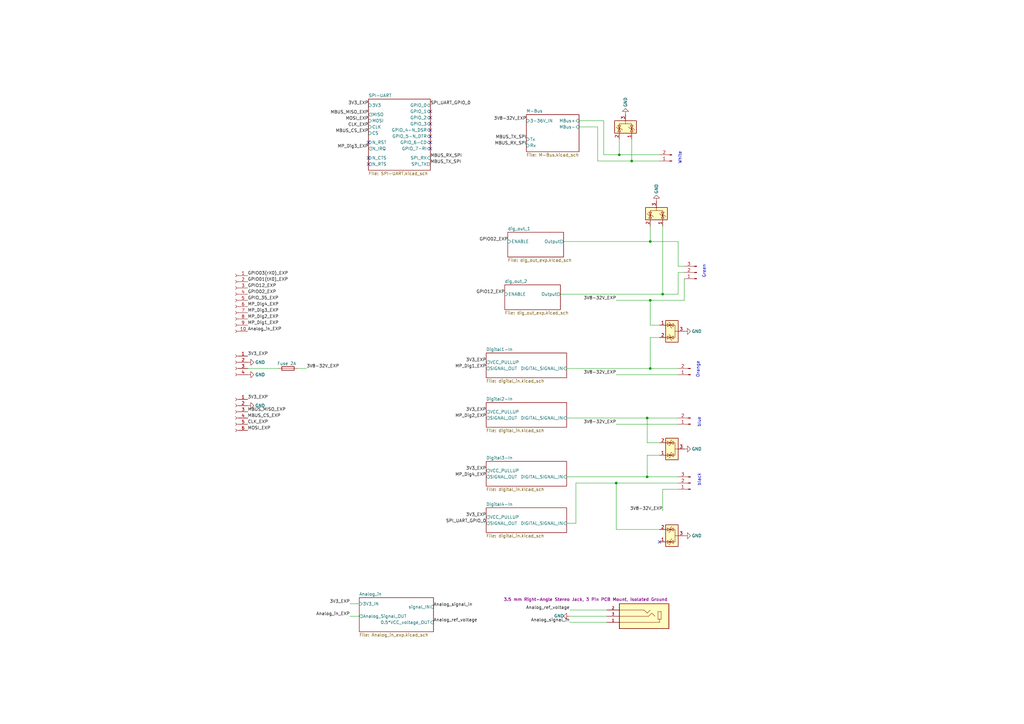
<source format=kicad_sch>
(kicad_sch (version 20250114) (generator "eeschema") (generator_version "9.0")
  (paper "A3")
  (lib_symbols
    (symbol "C-Sense_CAN_IO_MBUS_EXP_PCB-rescue:Conn_01x02_Male-Connector" (pin_names (offset 1.016) (hide yes))
      (property "Reference" "J" (at 0 2.54 0))
      (property "Value" "Connector_Conn_01x02_Male" (at 0 -5.08 0))
      (symbol "Conn_01x02_Male-Connector_1_1"
        (rectangle (start 0.8636 0.127) (end 0 -0.127) (stroke (width 0.1524)) (fill (type outline)))
        (rectangle (start 0.8636 -2.413) (end 0 -2.667) (stroke (width 0.1524)) (fill (type outline)))
        (polyline (pts (xy 1.27 0) (xy 0.8636 0)) (stroke (width 0.1524)))
        (polyline (pts (xy 1.27 -2.54) (xy 0.8636 -2.54)) (stroke (width 0.1524)))
        (pin passive line (at 5.08 0 180) (length 3.81) (name "Pin_1") (number "1"))
        (pin passive line (at 5.08 -2.54 180) (length 3.81) (name "Pin_2") (number "2"))
      )
    )
    (symbol "C-Sense_CAN_IO_MBUS_EXP_PCB-rescue:Conn_01x03_Male-Connector" (pin_names (offset 1.016) (hide yes))
      (property "Reference" "J" (at 0 5.08 0))
      (property "Value" "Connector_Conn_01x03_Male" (at 0 -5.08 0))
      (symbol "Conn_01x03_Male-Connector_1_1"
        (rectangle (start 0.8636 2.667) (end 0 2.413) (stroke (width 0.1524)) (fill (type outline)))
        (rectangle (start 0.8636 0.127) (end 0 -0.127) (stroke (width 0.1524)) (fill (type outline)))
        (rectangle (start 0.8636 -2.413) (end 0 -2.667) (stroke (width 0.1524)) (fill (type outline)))
        (polyline (pts (xy 1.27 2.54) (xy 0.8636 2.54)) (stroke (width 0.1524)))
        (polyline (pts (xy 1.27 0) (xy 0.8636 0)) (stroke (width 0.1524)))
        (polyline (pts (xy 1.27 -2.54) (xy 0.8636 -2.54)) (stroke (width 0.1524)))
        (pin passive line (at 5.08 2.54 180) (length 3.81) (name "Pin_1") (number "1"))
        (pin passive line (at 5.08 0 180) (length 3.81) (name "Pin_2") (number "2"))
        (pin passive line (at 5.08 -2.54 180) (length 3.81) (name "Pin_3") (number "3"))
      )
    )
    (symbol "C-Sense_CAN_IO_MBUS_EXP_PCB-rescue:Conn_01x04_Female-Connector" (pin_names (offset 1.016) (hide yes))
      (property "Reference" "J" (at 0 5.08 0))
      (property "Value" "Connector_Conn_01x04_Female" (at 0 -7.62 0))
      (symbol "Conn_01x04_Female-Connector_1_1"
        (polyline (pts (xy -1.27 2.54) (xy -0.508 2.54)) (stroke (width 0.1524)))
        (polyline (pts (xy -1.27 0) (xy -0.508 0)) (stroke (width 0.1524)))
        (polyline (pts (xy -1.27 -2.54) (xy -0.508 -2.54)) (stroke (width 0.1524)))
        (polyline (pts (xy -1.27 -5.08) (xy -0.508 -5.08)) (stroke (width 0.1524)))
        (arc (start 0 2.032) (mid -0.508 2.54) (end 0 3.048) (stroke (width 0.1524)))
        (arc (start 0 -0.508) (mid -0.508 0) (end 0 0.508) (stroke (width 0.1524)))
        (arc (start 0 -3.048) (mid -0.508 -2.54) (end 0 -2.032) (stroke (width 0.1524)))
        (arc (start 0 -5.588) (mid -0.508 -5.08) (end 0 -4.572) (stroke (width 0.1524)))
        (pin passive line (at -5.08 2.54 0) (length 3.81) (name "Pin_1") (number "1"))
        (pin passive line (at -5.08 0 0) (length 3.81) (name "Pin_2") (number "2"))
        (pin passive line (at -5.08 -2.54 0) (length 3.81) (name "Pin_3") (number "3"))
        (pin passive line (at -5.08 -5.08 0) (length 3.81) (name "Pin_4") (number "4"))
      )
    )
    (symbol "C-Sense_CAN_IO_MBUS_EXP_PCB-rescue:Conn_01x06_Female-Connector" (pin_names (offset 1.016) (hide yes))
      (property "Reference" "J" (at 0 7.62 0))
      (property "Value" "Connector_Conn_01x06_Female" (at 0 -10.16 0))
      (symbol "Conn_01x06_Female-Connector_1_1"
        (polyline (pts (xy -1.27 5.08) (xy -0.508 5.08)) (stroke (width 0.1524)))
        (polyline (pts (xy -1.27 2.54) (xy -0.508 2.54)) (stroke (width 0.1524)))
        (polyline (pts (xy -1.27 0) (xy -0.508 0)) (stroke (width 0.1524)))
        (polyline (pts (xy -1.27 -2.54) (xy -0.508 -2.54)) (stroke (width 0.1524)))
        (polyline (pts (xy -1.27 -5.08) (xy -0.508 -5.08)) (stroke (width 0.1524)))
        (polyline (pts (xy -1.27 -7.62) (xy -0.508 -7.62)) (stroke (width 0.1524)))
        (arc (start 0 4.572) (mid -0.508 5.08) (end 0 5.588) (stroke (width 0.1524)))
        (arc (start 0 2.032) (mid -0.508 2.54) (end 0 3.048) (stroke (width 0.1524)))
        (arc (start 0 -0.508) (mid -0.508 0) (end 0 0.508) (stroke (width 0.1524)))
        (arc (start 0 -3.048) (mid -0.508 -2.54) (end 0 -2.032) (stroke (width 0.1524)))
        (arc (start 0 -5.588) (mid -0.508 -5.08) (end 0 -4.572) (stroke (width 0.1524)))
        (arc (start 0 -8.128) (mid -0.508 -7.62) (end 0 -7.112) (stroke (width 0.1524)))
        (pin passive line (at -5.08 5.08 0) (length 3.81) (name "Pin_1") (number "1"))
        (pin passive line (at -5.08 2.54 0) (length 3.81) (name "Pin_2") (number "2"))
        (pin passive line (at -5.08 0 0) (length 3.81) (name "Pin_3") (number "3"))
        (pin passive line (at -5.08 -2.54 0) (length 3.81) (name "Pin_4") (number "4"))
        (pin passive line (at -5.08 -5.08 0) (length 3.81) (name "Pin_5") (number "5"))
        (pin passive line (at -5.08 -7.62 0) (length 3.81) (name "Pin_6") (number "6"))
      )
    )
    (symbol "C-Sense_CAN_IO_MBUS_EXP_PCB-rescue:Conn_01x10_Female-Connector" (pin_names (offset 1.016) (hide yes))
      (property "Reference" "J" (at 0 12.7 0))
      (property "Value" "Connector_Conn_01x10_Female" (at 0 -15.24 0))
      (symbol "Conn_01x10_Female-Connector_1_1"
        (polyline (pts (xy -1.27 10.16) (xy -0.508 10.16)) (stroke (width 0.1524)))
        (polyline (pts (xy -1.27 7.62) (xy -0.508 7.62)) (stroke (width 0.1524)))
        (polyline (pts (xy -1.27 5.08) (xy -0.508 5.08)) (stroke (width 0.1524)))
        (polyline (pts (xy -1.27 2.54) (xy -0.508 2.54)) (stroke (width 0.1524)))
        (polyline (pts (xy -1.27 0) (xy -0.508 0)) (stroke (width 0.1524)))
        (polyline (pts (xy -1.27 -2.54) (xy -0.508 -2.54)) (stroke (width 0.1524)))
        (polyline (pts (xy -1.27 -5.08) (xy -0.508 -5.08)) (stroke (width 0.1524)))
        (polyline (pts (xy -1.27 -7.62) (xy -0.508 -7.62)) (stroke (width 0.1524)))
        (polyline (pts (xy -1.27 -10.16) (xy -0.508 -10.16)) (stroke (width 0.1524)))
        (polyline (pts (xy -1.27 -12.7) (xy -0.508 -12.7)) (stroke (width 0.1524)))
        (arc (start 0 9.652) (mid -0.508 10.16) (end 0 10.668) (stroke (width 0.1524)))
        (arc (start 0 7.112) (mid -0.508 7.62) (end 0 8.128) (stroke (width 0.1524)))
        (arc (start 0 4.572) (mid -0.508 5.08) (end 0 5.588) (stroke (width 0.1524)))
        (arc (start 0 2.032) (mid -0.508 2.54) (end 0 3.048) (stroke (width 0.1524)))
        (arc (start 0 -0.508) (mid -0.508 0) (end 0 0.508) (stroke (width 0.1524)))
        (arc (start 0 -3.048) (mid -0.508 -2.54) (end 0 -2.032) (stroke (width 0.1524)))
        (arc (start 0 -5.588) (mid -0.508 -5.08) (end 0 -4.572) (stroke (width 0.1524)))
        (arc (start 0 -8.128) (mid -0.508 -7.62) (end 0 -7.112) (stroke (width 0.1524)))
        (arc (start 0 -10.668) (mid -0.508 -10.16) (end 0 -9.652) (stroke (width 0.1524)))
        (arc (start 0 -13.208) (mid -0.508 -12.7) (end 0 -12.192) (stroke (width 0.1524)))
        (pin passive line (at -5.08 10.16 0) (length 3.81) (name "Pin_1") (number "1"))
        (pin passive line (at -5.08 7.62 0) (length 3.81) (name "Pin_2") (number "2"))
        (pin passive line (at -5.08 5.08 0) (length 3.81) (name "Pin_3") (number "3"))
        (pin passive line (at -5.08 2.54 0) (length 3.81) (name "Pin_4") (number "4"))
        (pin passive line (at -5.08 0 0) (length 3.81) (name "Pin_5") (number "5"))
        (pin passive line (at -5.08 -2.54 0) (length 3.81) (name "Pin_6") (number "6"))
        (pin passive line (at -5.08 -5.08 0) (length 3.81) (name "Pin_7") (number "7"))
        (pin passive line (at -5.08 -7.62 0) (length 3.81) (name "Pin_8") (number "8"))
        (pin passive line (at -5.08 -10.16 0) (length 3.81) (name "Pin_9") (number "9"))
        (pin passive line (at -5.08 -12.7 0) (length 3.81) (name "Pin_10") (number "10"))
      )
    )
    (symbol "C-Sense_CAN_IO_MBUS_EXP_PCB-rescue:GND-C-Sense_diverse" (power) (pin_names (offset 0))
      (property "Value" "C-Sense_diverse_GND" (at 0 -3.81 0))
      (symbol "GND-C-Sense_diverse_0_1"
        (polyline (pts (xy 0 0) (xy 0 -1.27) (xy 1.27 -1.27) (xy 0 -2.54) (xy -1.27 -1.27) (xy 0 -1.27)))
      )
      (symbol "GND-C-Sense_diverse_1_1"
        (pin power_in line (at 0 0 270) (length 0) (hide yes) (name "GND") (number "1"))
      )
    )
    (symbol "C-Sense_CAN_IO_MBUS_EXP_PCB-rescue:GND-power" (power) (pin_names (offset 0))
      (property "Value" "power_GND" (at 0 -3.81 0))
      (symbol "GND-power_0_1"
        (polyline (pts (xy 0 0) (xy 0 -1.27) (xy 1.27 -1.27) (xy 0 -2.54) (xy -1.27 -1.27) (xy 0 -1.27)))
      )
      (symbol "GND-power_1_1"
        (pin power_in line (at 0 0 270) (length 0) (hide yes) (name "GND") (number "1"))
      )
    )
    (symbol "Device:Fuse" (pin_numbers (hide yes)) (pin_names (offset 0))
      (property "Reference" "F" (at 2.032 0 90))
      (property "Value" "Fuse" (at -1.905 0 90))
      (symbol "Fuse_0_1"
        (rectangle (start -0.762 -2.54) (end 0.762 2.54) (stroke (width 0.254)))
        (polyline (pts (xy 0 2.54) (xy 0 -2.54)))
      )
      (symbol "Fuse_1_1"
        (pin passive line (at 0 3.81 270) (length 1.27) (name "~") (number "1"))
        (pin passive line (at 0 -3.81 90) (length 1.27) (name "~") (number "2"))
      )
    )
    (symbol "Power_Protection:SZNUP2105L" (pin_names (hide yes))
      (property "Reference" "D" (at 5.715 2.54 0))
      (property "Value" "SZNUP2105L" (at 5.715 0.635 0))
      (symbol "SZNUP2105L_0_0"
        (pin passive line (at 0 -5.08 90) (length 2.54) (name "A") (number "3"))
      )
      (symbol "SZNUP2105L_0_1"
        (rectangle (start -4.445 2.54) (end 4.445 -2.54) (stroke (width 0.254)) (fill (type background)))
        (polyline (pts (xy -3.81 1.27) (xy -3.175 0.635) (xy -1.905 0.635) (xy -1.27 0)))
        (polyline (pts (xy -2.54 2.54) (xy -2.54 0.635)))
        (polyline (pts (xy -2.54 0.635) (xy -2.54 -1.27) (xy 2.54 -1.27) (xy 2.54 0.635)))
        (polyline (pts (xy -2.54 0.635) (xy -1.905 -0.635) (xy -3.175 -0.635) (xy -2.54 0.635)))
        (polyline (pts (xy -2.54 0.635) (xy -3.175 1.905) (xy -1.905 1.905) (xy -2.54 0.635) (xy -2.54 1.27)))
        (polyline (pts (xy 0 -1.27) (xy 0 -2.54)))
        (polyline (pts (xy 1.27 1.27) (xy 1.905 0.635) (xy 2.54 0.635) (xy 3.175 0.635) (xy 3.81 0)))
        (polyline (pts (xy 2.54 2.54) (xy 2.54 0.635)))
        (polyline (pts (xy 2.54 0.635) (xy 1.905 -0.635) (xy 3.175 -0.635) (xy 2.54 0.635)))
        (polyline (pts (xy 2.54 0.635) (xy 3.175 1.905) (xy 1.905 1.905) (xy 2.54 0.635)))
      )
      (symbol "SZNUP2105L_1_1"
        (pin passive line (at -2.54 5.08 270) (length 2.54) (name "K") (number "1"))
        (pin passive line (at 2.54 5.08 270) (length 2.54) (name "K") (number "2"))
      )
    )
    (symbol "SJ1-3533NG:SJ1-3533NG" (pin_names (offset 1.016) (hide yes))
      (property "Reference" "J" (at -10.16 7.62 0))
      (property "Value" "SJ1-3533NG" (at -10.16 -10.16 0))
      (symbol "SJ1-3533NG_0_0"
        (polyline (pts (xy -10.16 5.08) (xy -10.16 -5.08)) (stroke (width 0.254)))
        (rectangle (start -10.16 -5.08) (end 10.16 5.08) (stroke (width 0.254)) (fill (type background)))
        (polyline (pts (xy -6.985 1.27) (xy -6.35 1.27)) (stroke (width 0.1524)))
        (polyline (pts (xy -6.985 -1.905) (xy -6.985 1.27)) (stroke (width 0.1524)))
        (polyline (pts (xy -6.35 2.54) (xy -6.35 1.27)) (stroke (width 0.1524)))
        (polyline (pts (xy -6.35 1.27) (xy -5.715 1.27)) (stroke (width 0.1524)))
        (polyline (pts (xy -5.715 1.27) (xy -5.715 -1.905)) (stroke (width 0.1524)))
        (polyline (pts (xy -5.715 -1.905) (xy -6.985 -1.905)) (stroke (width 0.1524)))
        (polyline (pts (xy -3.175 -1.27) (xy -4.445 0)) (stroke (width 0.1524)))
        (polyline (pts (xy -1.905 0) (xy -3.175 -1.27)) (stroke (width 0.1524)))
        (polyline (pts (xy -1.27 -1.27) (xy -2.54 -2.54)) (stroke (width 0.1524)))
        (polyline (pts (xy 0 -2.54) (xy -1.27 -1.27)) (stroke (width 0.1524)))
        (polyline (pts (xy 10.16 2.54) (xy -6.35 2.54)) (stroke (width 0.1524)))
        (polyline (pts (xy 10.16 0) (xy -1.905 0)) (stroke (width 0.1524)))
        (polyline (pts (xy 10.16 -2.54) (xy 0 -2.54)) (stroke (width 0.1524)))
        (polyline (pts (xy 10.16 -5.08) (xy 10.16 5.08)) (stroke (width 0.254)))
        (pin passive line (at 15.24 2.54 180) (length 5.08) (name "~") (number "1"))
        (pin passive line (at 15.24 0 180) (length 5.08) (name "~") (number "3"))
        (pin passive line (at 15.24 -2.54 180) (length 5.08) (name "~") (number "2"))
      )
    )
  )
  (text "black" (at 287.528 199.39 90) (effects (font (size 1.27 1.27)) (justify left bottom)))
  (text "blue" (at 287.528 175.26 90) (effects (font (size 1.27 1.27)) (justify left bottom)))
  (text "Green" (at 289.56 114.046 90) (effects (font (size 1.27 1.27)) (justify left bottom)))
  (text "White" (at 279.654 67.31 90) (effects (font (size 1.27 1.27)) (justify left bottom)))
  (text "Orange" (at 287.02 154.94 90) (effects (font (size 1.27 1.27)) (justify left bottom)))
  (junction (at 266.7 151.13))
  (junction (at 254 63.5))
  (junction (at 252.73 198.12))
  (junction (at 259.08 66.04))
  (junction (at 265.43 171.45))
  (junction (at 266.7 99.06))
  (junction (at 265.43 195.58))
  (junction (at 271.78 120.65))
  (junction (at 266.7 123.19))
  (no_connect (at 176.53 50.8))
  (no_connect (at 176.53 60.96))
  (no_connect (at 151.13 67.31))
  (no_connect (at 151.13 58.42))
  (no_connect (at 176.53 45.72))
  (no_connect (at 151.13 64.77))
  (no_connect (at 176.53 58.42))
  (no_connect (at 176.53 48.26))
  (no_connect (at 176.53 53.34))
  (no_connect (at 176.53 55.88))
  (no_connect (at 270.51 222.25))
  (wire (pts (xy 259.08 66.04) (xy 270.51 66.04)))
  (wire (pts (xy 252.73 123.19) (xy 266.7 123.19)))
  (wire (pts (xy 143.51 247.65) (xy 147.32 247.65)))
  (wire (pts (xy 229.87 120.65) (xy 271.78 120.65)))
  (wire (pts (xy 271.78 200.66) (xy 278.13 200.66)))
  (wire (pts (xy 121.92 151.13) (xy 125.73 151.13)))
  (wire (pts (xy 232.41 171.45) (xy 265.43 171.45)))
  (wire (pts (xy 265.43 195.58) (xy 278.13 195.58)))
  (wire (pts (xy 278.13 99.06) (xy 278.13 109.22)))
  (wire (pts (xy 254 63.5) (xy 247.65 63.5)))
  (wire (pts (xy 271.78 209.55) (xy 271.78 200.66)))
  (wire (pts (xy 270.51 133.35) (xy 266.7 133.35)))
  (wire (pts (xy 271.78 120.65) (xy 278.13 120.65)))
  (wire (pts (xy 278.13 111.76) (xy 280.67 111.76)))
  (wire (pts (xy 270.51 217.17) (xy 252.73 217.17)))
  (wire (pts (xy 265.43 186.69) (xy 270.51 186.69)))
  (wire (pts (xy 270.51 63.5) (xy 254 63.5)))
  (wire (pts (xy 252.73 198.12) (xy 252.73 217.17)))
  (wire (pts (xy 232.41 195.58) (xy 265.43 195.58)))
  (wire (pts (xy 247.65 63.5) (xy 247.65 49.53)))
  (wire (pts (xy 266.7 151.13) (xy 278.13 151.13)))
  (wire (pts (xy 266.7 123.19) (xy 266.7 133.35)))
  (wire (pts (xy 233.68 250.19) (xy 248.92 250.19)))
  (wire (pts (xy 247.65 49.53) (xy 237.49 49.53)))
  (wire (pts (xy 245.11 52.07) (xy 245.11 66.04)))
  (wire (pts (xy 143.51 252.73) (xy 147.32 252.73)))
  (wire (pts (xy 278.13 120.65) (xy 278.13 111.76)))
  (wire (pts (xy 101.6 151.13) (xy 114.3 151.13)))
  (wire (pts (xy 254 57.15) (xy 254 63.5)))
  (wire (pts (xy 245.11 66.04) (xy 259.08 66.04)))
  (wire (pts (xy 265.43 181.61) (xy 270.51 181.61)))
  (wire (pts (xy 266.7 99.06) (xy 278.13 99.06)))
  (wire (pts (xy 278.13 109.22) (xy 280.67 109.22)))
  (wire (pts (xy 259.08 57.15) (xy 259.08 66.04)))
  (wire (pts (xy 252.73 173.99) (xy 278.13 173.99)))
  (wire (pts (xy 265.43 171.45) (xy 278.13 171.45)))
  (wire (pts (xy 232.41 214.63) (xy 236.22 214.63)))
  (wire (pts (xy 252.73 198.12) (xy 278.13 198.12)))
  (wire (pts (xy 280.67 123.19) (xy 280.67 114.3)))
  (wire (pts (xy 236.22 198.12) (xy 252.73 198.12)))
  (wire (pts (xy 252.73 153.67) (xy 278.13 153.67)))
  (wire (pts (xy 232.41 151.13) (xy 266.7 151.13)))
  (wire (pts (xy 270.51 138.43) (xy 266.7 138.43)))
  (wire (pts (xy 266.7 92.71) (xy 266.7 99.06)))
  (wire (pts (xy 236.22 214.63) (xy 236.22 198.12)))
  (wire (pts (xy 266.7 123.19) (xy 280.67 123.19)))
  (wire (pts (xy 266.7 138.43) (xy 266.7 151.13)))
  (wire (pts (xy 233.68 255.27) (xy 248.92 255.27)))
  (wire (pts (xy 265.43 181.61) (xy 265.43 171.45)))
  (wire (pts (xy 237.49 52.07) (xy 245.11 52.07)))
  (wire (pts (xy 231.14 99.06) (xy 266.7 99.06)))
  (wire (pts (xy 233.68 252.73) (xy 248.92 252.73)))
  (wire (pts (xy 265.43 186.69) (xy 265.43 195.58)))
  (wire (pts (xy 271.78 92.71) (xy 271.78 120.65)))
  (label "GPIO03(rX0)_EXP" (at 101.6 113.03 0))
  (label "3V8-32V_EXP" (at 252.73 153.67 180))
  (label "3V3_EXP" (at 101.6 146.05 0))
  (label "3V3_EXP" (at 199.39 168.91 180))
  (label "MP_Dig3_EXP" (at 101.6 128.27 0))
  (label "MOSI_EXP" (at 151.13 49.53 180))
  (label "Analog_ref_voltage" (at 233.68 250.19 180))
  (label "GPIO02_EXP" (at 208.28 99.06 180))
  (label "3V8-32V_EXP" (at 215.9 49.53 180))
  (label "GPIO12_EXP" (at 207.01 120.65 180))
  (label "MP_Dig3_EXP" (at 151.13 60.96 180))
  (label "GPIO12_EXP" (at 101.6 118.11 0))
  (label "3V8-32V_EXP" (at 252.73 123.19 180))
  (label "GPIO01(tX0)_EXP" (at 101.6 115.57 0))
  (label "MP_Dig4_EXP" (at 101.6 125.73 0))
  (label "Analog_signal_in" (at 233.68 255.27 180))
  (label "3V3_EXP" (at 199.39 212.09 180))
  (label "MBUS_CS_EXP" (at 151.13 54.61 180))
  (label "SPI_UART_GPIO_0" (at 199.39 214.63 180))
  (label "MBUS_RX_SPI" (at 215.9 59.69 180))
  (label "3V3_EXP" (at 143.51 247.65 180))
  (label "GPIO_35_EXP" (at 101.6 123.19 0))
  (label "GPIO02_EXP" (at 101.6 120.65 0))
  (label "MP_Dig2_EXP" (at 101.6 130.81 0))
  (label "Analog_signal_in" (at 177.8 248.92 0))
  (label "MBUS_CS_EXP" (at 101.6 171.45 0))
  (label "MP_Dig1_EXP" (at 101.6 133.35 0))
  (label "3V8-32V_EXP" (at 125.73 151.13 0))
  (label "3V3_EXP" (at 151.13 43.18 180))
  (label "3V8-32V_EXP" (at 271.78 209.55 180))
  (label "MOSI_EXP" (at 101.6 176.53 0))
  (label "MBUS_MISO_EXP" (at 151.13 46.99 180))
  (label "SPI_UART_GPIO_0" (at 176.53 43.18 0))
  (label "3V3_EXP" (at 199.39 148.59 180))
  (label "MP_Dig4_EXP" (at 199.39 195.58 180))
  (label "Analog_in_EXP" (at 101.6 135.89 0))
  (label "MBUS_MISO_EXP" (at 101.6 168.91 0))
  (label "3V3_EXP" (at 199.39 193.04 180))
  (label "CLK_EXP" (at 101.6 173.99 0))
  (label "3V3_EXP" (at 101.6 163.83 0))
  (label "MBUS_TX_SPI" (at 176.53 67.31 0))
  (label "3V8-32V_EXP" (at 252.73 173.99 180))
  (label "Analog_ref_voltage" (at 177.8 255.27 0))
  (label "MP_Dig2_EXP" (at 199.39 171.45 180))
  (label "Analog_in_EXP" (at 143.51 252.73 180))
  (label "MBUS_RX_SPI" (at 176.53 64.77 0))
  (label "MP_Dig1_EXP" (at 199.39 151.13 180))
  (label "MBUS_TX_SPI" (at 215.9 57.15 180))
  (label "CLK_EXP" (at 151.13 52.07 180))
  (symbol (lib_id "SJ1-3533NG:SJ1-3533NG") (at 264.16 252.73 180) (unit 1)
    (property "Reference" "J4" (effects (hide yes)))
    (property "Value" "SJ1-3533NG" (effects (hide yes)))
    (property "Footprint" "I_Connect:CUI_SJ1-3533NG" (effects (hide yes)))
    (property "Description" "3.5 mm Right-Angle Stereo Jack, 3 Pin PCB Mount, Isolated Ground" (effects (hide yes)))
    (property "MF" "CUI Devices" (effects (hide yes)))
    (property "DESCRIPTION" "3.5 mm, Stereo, Right Angle, Through Hole, Isolated Ground, Audio Jack Connector" (effects (hide yes)))
    (property "PACKAGE" "None" (effects (hide yes)))
    (property "PRICE" "None" (effects (hide yes)))
    (property "Package" "None" (effects (hide yes)))
    (property "Check_prices" "https://www.snapeda.com/parts/SJ1-3533NG/CUI+Devices/view-part/?ref=eda" (effects (hide yes)))
    (property "CUI_PURCHASE_URL" "https://www.cuidevices.com/product/interconnect/connectors/audio-connectors/jacks/sj1-353xng-series?utm_source=snapeda.com&utm_medium=referral&utm_campaign=snapedaBOM" (effects (hide yes)))
    (property "SnapEDA_Link" "https://www.snapeda.com/parts/SJ1-3533NG/CUI+Devices/view-part/?ref=snap" (effects (hide yes)))
    (property "MP" "SJ1-3533NG" (effects (hide yes)))
    (property "Purchase-URL" "https://www.snapeda.com/api/url_track_click_mouser/?unipart_id=493917&manufacturer=CUI Devices&part_name=SJ1-3533NG&search_term=sj1-3533ng" (effects (hide yes)))
    (property "Price" "None" (effects (hide yes)))
    (property "Availability" "In Stock" (effects (hide yes)))
    (property "CUI_purchase_URL" "https://www.cuidevices.com/product/interconnect/connectors/audio-connectors/jacks/sj1-3533ng?utm_source=snapeda.com&utm_medium=referral&utm_campaign=snapedaBOM" (effects (hide yes)))
    (property "AVAILABILITY" "Unavailable" (effects (hide yes)))
    (property "Digi-Key_PN" "CP1-3533NG-ND" (effects (hide yes)))
    (property "Mount type" "Through-hole" (effects (hide yes)))
    (property "pcb" "exp_v1" (effects (hide yes)))
    (property "Description_1" "3.5 mm Right-Angle Stereo Jack, 3 Pin PCB Mount, Isolated Ground" (at 273.812 245.11 0) (effects (justify left bottom)))
  )
  (symbol (lib_id "C-Sense_CAN_IO_MBUS_EXP_PCB-rescue:GND-C-Sense_diverse") (at 233.68 252.73 270) (mirror x) (unit 1)
    (property "Reference" "#PWR0204" (effects (hide yes)))
    (property "Value" "GND" (at 229.2858 252.603 90))
  )
  (symbol (lib_id "C-Sense_CAN_IO_MBUS_EXP_PCB-rescue:Conn_01x10_Female-Connector") (at 96.52 123.19 0) (mirror y) (unit 1)
    (property "Reference" "J1" (effects (hide yes)))
    (property "Value" "Conn_01x10_Female" (effects (hide yes)))
    (property "Footprint" "Connector_PinSocket_2.54mm:PinSocket_1x10_P2.54mm_Vertical" (effects (hide yes)))
    (property "Digi-Key_PN" "S7043-ND" (effects (hide yes)))
    (property "MF" "Sullins Connector Solutions" (effects (hide yes)))
    (property "MP" "PPPC101LFBN-RC" (effects (hide yes)))
    (property "Mount type" "Through-hole" (effects (hide yes)))
    (property "pcb" "exp_v1" (effects (hide yes)))
  )
  (symbol (lib_id "C-Sense_CAN_IO_MBUS_EXP_PCB-rescue:Conn_01x02_Male-Connector") (at 275.59 66.04 180) (unit 1)
    (property "Reference" "J214" (effects (hide yes)))
    (property "Value" "Conn_01x02_Male" (effects (hide yes)))
    (property "Footprint" "I_Connect:691322310002" (effects (hide yes)))
    (property "MF" "Myewei electronic Store" (effects (hide yes)))
    (property "MP" "YN15EDGRC-3.81-2P（white）" (effects (hide yes)))
    (property "Mount type" "Through-hole" (effects (hide yes)))
    (property "pcb" "exp_v1" (effects (hide yes)))
    (instances (project "" (path "" (reference "J?") (unit 1)) (path "" (reference "J214") (unit 1))))
  )
  (symbol (lib_id "C-Sense_CAN_IO_MBUS_EXP_PCB-rescue:Conn_01x04_Female-Connector") (at 96.52 148.59 0) (mirror y) (unit 1)
    (property "Reference" "J2" (effects (hide yes)))
    (property "Value" "Conn_01x04_Female" (effects (hide yes)))
    (property "Footprint" "Connector_PinSocket_2.54mm:PinSocket_1x04_P2.54mm_Vertical" (effects (hide yes)))
    (property "Digi-Key_PN" "S7037-ND" (effects (hide yes)))
    (property "MF" "Sullins Connector Solutions" (effects (hide yes)))
    (property "MP" "PPPC041LFBN-RC" (effects (hide yes)))
    (property "Mount type" "Through-hole" (effects (hide yes)))
    (property "pcb" "exp_v1" (effects (hide yes)))
  )
  (symbol (lib_id "C-Sense_CAN_IO_MBUS_EXP_PCB-rescue:Conn_01x06_Female-Connector") (at 96.52 168.91 0) (mirror y) (unit 1)
    (property "Reference" "J3" (effects (hide yes)))
    (property "Value" "Conn_01x06_Female" (effects (hide yes)))
    (property "Footprint" "Connector_PinSocket_2.54mm:PinSocket_1x06_P2.54mm_Vertical" (effects (hide yes)))
    (property "Digi-Key_PN" "S7039-ND" (effects (hide yes)))
    (property "MF" "Sullins Connector Solutions" (effects (hide yes)))
    (property "MP" "PPPC061LFBN-RC" (effects (hide yes)))
    (property "Mount type" "Through-hole" (effects (hide yes)))
    (property "pcb" "exp_v1" (effects (hide yes)))
  )
  (symbol (lib_id "C-Sense_CAN_IO_MBUS_EXP_PCB-rescue:GND-power") (at 101.6 166.37 90) (unit 1)
    (property "Reference" "#PWR0210" (effects (hide yes)))
    (property "Value" "GND" (at 106.68 166.37 90))
  )
  (symbol (lib_id "C-Sense_CAN_IO_MBUS_EXP_PCB-rescue:GND-power") (at 101.6 148.59 90) (unit 1)
    (property "Reference" "#PWR0208" (effects (hide yes)))
    (property "Value" "GND" (at 106.68 148.59 90))
  )
  (symbol (lib_id "C-Sense_CAN_IO_MBUS_EXP_PCB-rescue:GND-power") (at 101.6 153.67 90) (unit 1)
    (property "Reference" "#PWR0209" (effects (hide yes)))
    (property "Value" "GND" (at 106.68 153.67 90))
  )
  (symbol (lib_id "Power_Protection:SZNUP2105L") (at 269.24 87.63 180) (unit 1)
    (property "Reference" "D4" (effects (hide yes)))
    (property "Value" "TVS 32V (2ch)" (effects (hide yes)))
    (property "Footprint" "I_Connect:SOT-23" (effects (hide yes)))
    (property "Digi-Key_PN" "DESD32VS2SO-7DICT-ND" (effects (hide yes)))
    (property "Component comment" "Can be replaced with other manufacturer component with same specs" (effects (hide yes)))
    (property "MF" "Diodes Incorporated" (effects (hide yes)))
    (property "MP" "DESD32VS2SO-7" (effects (hide yes)))
    (property "pcb" "exp_v1" (effects (hide yes)))
  )
  (symbol (lib_id "C-Sense_CAN_IO_MBUS_EXP_PCB-rescue:GND-power") (at 269.24 82.55 0) (mirror x) (unit 1)
    (property "Reference" "#PWR0214" (effects (hide yes)))
    (property "Value" "GND" (at 269.24 77.47 90))
  )
  (symbol (lib_id "C-Sense_CAN_IO_MBUS_EXP_PCB-rescue:GND-power") (at 256.54 46.99 180) (unit 1)
    (property "Reference" "#PWR0217" (effects (hide yes)))
    (property "Value" "GND" (at 256.54 41.91 90))
  )
  (symbol (lib_id "Power_Protection:SZNUP2105L") (at 275.59 184.15 90) (unit 1)
    (property "Reference" "D2" (effects (hide yes)))
    (property "Value" "TVS 32V (2ch)" (effects (hide yes)))
    (property "Footprint" "I_Connect:SOT-23" (effects (hide yes)))
    (property "Digi-Key_PN" "DESD32VS2SO-7DICT-ND" (effects (hide yes)))
    (property "Component comment" "Can be replaced with other manufacturer component with same specs" (effects (hide yes)))
    (property "MF" "Diodes Incorporated" (effects (hide yes)))
    (property "MP" "DESD32VS2SO-7" (effects (hide yes)))
    (property "pcb" "exp_v1" (effects (hide yes)))
  )
  (symbol (lib_id "C-Sense_CAN_IO_MBUS_EXP_PCB-rescue:GND-power") (at 280.67 184.15 90) (unit 1)
    (property "Reference" "#PWR0213" (effects (hide yes)))
    (property "Value" "GND" (at 285.75 184.15 90))
  )
  (symbol (lib_id "C-Sense_CAN_IO_MBUS_EXP_PCB-rescue:Conn_01x03_Male-Connector") (at 285.75 111.76 180) (unit 1)
    (property "Reference" "J215" (effects (hide yes)))
    (property "Value" "Conn_01x03_Male" (effects (hide yes)))
    (property "Footprint" "I_Connect:691322310003" (effects (hide yes)))
    (property "MF" "Myewei electronic Store" (effects (hide yes)))
    (property "MP" "YN15EDGRC-3.81-3P（green）" (effects (hide yes)))
    (property "Mount type" "Through-hole" (effects (hide yes)))
    (property "pcb" "exp_v1" (effects (hide yes)))
    (instances (project "" (path "" (reference "J?") (unit 1)) (path "" (reference "J215") (unit 1))))
  )
  (symbol (lib_id "C-Sense_CAN_IO_MBUS_EXP_PCB-rescue:Conn_01x02_Male-Connector") (at 283.21 153.67 180) (unit 1)
    (property "Reference" "J216" (effects (hide yes)))
    (property "Value" "Conn_01x02_Male" (effects (hide yes)))
    (property "Footprint" "I_Connect:691322310002" (effects (hide yes)))
    (property "MF" "Myewei electronic Store" (effects (hide yes)))
    (property "MP" "YN15EDGRC-3.81-2P（orange）" (effects (hide yes)))
    (property "Mount type" "Through-hole" (effects (hide yes)))
    (property "pcb" "exp_v1" (effects (hide yes)))
    (instances (project "" (path "" (reference "J?") (unit 1)) (path "" (reference "J216") (unit 1))))
  )
  (symbol (lib_id "C-Sense_CAN_IO_MBUS_EXP_PCB-rescue:Conn_01x03_Male-Connector") (at 283.21 198.12 180) (unit 1)
    (property "Reference" "J221" (effects (hide yes)))
    (property "Value" "Conn_01x03_Male" (effects (hide yes)))
    (property "Footprint" "I_Connect:691322310003" (effects (hide yes)))
    (property "MF" "Myewei electronic Store" (effects (hide yes)))
    (property "MP" "YN15EDGRC-3.81-3P（black）" (effects (hide yes)))
    (property "Mount type" "Through-hole" (effects (hide yes)))
    (property "pcb" "exp_v1" (effects (hide yes)))
  )
  (symbol (lib_id "Power_Protection:SZNUP2105L") (at 275.59 135.89 90) (mirror x) (unit 1)
    (property "Reference" "D9" (effects (hide yes)))
    (property "Value" "TVS 32V (2ch)" (effects (hide yes)))
    (property "Footprint" "I_Connect:SOT-23" (effects (hide yes)))
    (property "Digi-Key_PN" "DESD32VS2SO-7DICT-ND" (effects (hide yes)))
    (property "Component comment" "Can be replaced with other manufacturer component with same specs" (effects (hide yes)))
    (property "MF" "Diodes Incorporated" (effects (hide yes)))
    (property "MP" "DESD32VS2SO-7" (effects (hide yes)))
    (property "pcb" "exp_v1" (effects (hide yes)))
  )
  (symbol (lib_id "Device:Fuse") (at 118.11 151.13 90) (mirror x) (unit 1)
    (property "Reference" "F2" (effects (hide yes)))
    (property "Value" "Fuse 2A" (at 117.602 149.098 90))
    (property "Footprint" "Resistor_SMD:R_1206_3216Metric" (effects (hide yes)))
    (property "Description" "Fuse" (effects (hide yes)))
    (property "Digi-Key_PN" "5923-0685T2000-01CT-ND" (effects (hide yes)))
    (property "MF" "Bel Fuse Inc." (effects (hide yes)))
    (property "MP" "0685T4000-01" (effects (hide yes)))
  )
  (symbol (lib_id "Power_Protection:SZNUP2105L") (at 275.59 219.71 90) (unit 1)
    (property "Reference" "D3" (effects (hide yes)))
    (property "Value" "TVS 32V (2ch)" (effects (hide yes)))
    (property "Footprint" "I_Connect:SOT-23" (effects (hide yes)))
    (property "Digi-Key_PN" "DESD32VS2SO-7DICT-ND" (effects (hide yes)))
    (property "Component comment" "Can be replaced with other manufacturer component with same specs" (effects (hide yes)))
    (property "MF" "Diodes Incorporated" (effects (hide yes)))
    (property "MP" "DESD32VS2SO-7" (effects (hide yes)))
    (property "pcb" "exp_v1" (effects (hide yes)))
  )
  (symbol (lib_id "C-Sense_CAN_IO_MBUS_EXP_PCB-rescue:GND-power") (at 280.67 135.89 90) (mirror x) (unit 1)
    (property "Reference" "#PWR0216" (effects (hide yes)))
    (property "Value" "GND" (at 285.75 135.89 90))
  )
  (symbol (lib_id "Power_Protection:SZNUP2105L") (at 256.54 52.07 180) (unit 1)
    (property "Reference" "D8" (effects (hide yes)))
    (property "Value" "TVS 48V (2ch)" (effects (hide yes)))
    (property "Footprint" "I_Connect:SOT-23" (effects (hide yes)))
    (property "Digi-Key_PN" "1727-PESD2IVN48T-QRTR-ND" (effects (hide yes)))
    (property "Component comment" "Can be replaced with other manufacturer component with same specs" (effects (hide yes)))
    (property "MF" "Nexperia USA Inc." (effects (hide yes)))
    (property "MP" "PESD2IVN48T-QR" (effects (hide yes)))
  )
  (symbol (lib_id "C-Sense_CAN_IO_MBUS_EXP_PCB-rescue:GND-power") (at 280.67 219.71 90) (unit 1)
    (property "Reference" "#PWR0215" (effects (hide yes)))
    (property "Value" "GND" (at 285.75 219.71 90))
  )
  (symbol (lib_id "C-Sense_CAN_IO_MBUS_EXP_PCB-rescue:Conn_01x02_Male-Connector") (at 283.21 173.99 180) (unit 1)
    (property "Reference" "J220" (effects (hide yes)))
    (property "Value" "Conn_01x02_Male" (effects (hide yes)))
    (property "Footprint" "I_Connect:691322310002" (effects (hide yes)))
    (property "MF" "Myewei electronic Store" (effects (hide yes)))
    (property "MP" "YN15EDGRC-3.81-2P（blue）" (effects (hide yes)))
    (property "Mount type" "Through-hole" (effects (hide yes)))
    (property "pcb" "exp_v1" (effects (hide yes)))
  )
  (sheet (at 199.39 144.78) (size 33.02 10.16)
    (property "Sheetname" "Digital1-In" (at 199.39 144.0684 0) (effects (justify left bottom)))
    (property "Sheetfile" "digital_in.kicad_sch" (at 199.39 155.5246 0) (effects (justify left top)))
    (pin "SIGNAL_OUT" output (at 199.39 151.13 180))
    (pin "VCC_PULLUP" output (at 199.39 148.59 180))
    (pin "DIGITAL_SIGNAL_IN" input (at 232.41 151.13 0))
  )
  (sheet (at 147.32 245.11) (size 30.48 13.97)
    (property "Sheetname" "Analog_in" (at 147.32 244.3984 0) (effects (justify left bottom)))
    (property "Sheetfile" "Analog_in_exp.kicad_sch" (at 147.32 259.6646 0) (effects (justify left top)))
    (pin "signal_IN" input (at 177.8 248.92 0))
    (pin "3V3_IN" input (at 147.32 247.65 180))
    (pin "0.5*VCC_voltage_OUT" input (at 177.8 255.27 0))
    (pin "Analog_Signal_OUT" output (at 147.32 252.73 180))
  )
  (sheet (at 215.9 46.99) (size 21.59 15.24)
    (property "Sheetname" "M-Bus" (at 215.9 46.2784 0) (effects (justify left bottom)))
    (property "Sheetfile" "M-Bus.kicad_sch" (at 215.9 62.8146 0) (effects (justify left top)))
    (pin "3-36V_IN" input (at 215.9 49.53 180))
    (pin "MBus+" input (at 237.49 49.53 0))
    (pin "MBus-" input (at 237.49 52.07 0))
    (pin "Rx" input (at 215.9 59.69 180))
    (pin "Tx" input (at 215.9 57.15 180))
  )
  (sheet (at 208.28 95.25) (size 22.86 10.16)
    (property "Sheetname" "dig_out_1" (at 208.28 94.5384 0) (effects (justify left bottom)))
    (property "Sheetfile" "dig_out_exp.kicad_sch" (at 208.28 105.9946 0) (effects (justify left top)))
    (pin "ENABLE" input (at 208.28 99.06 180))
    (pin "Output" output (at 231.14 99.06 0))
  )
  (sheet (at 151.13 40.64) (size 25.4 29.21)
    (property "Sheetname" "SPI-UART" (at 151.13 39.9284 0) (effects (justify left bottom)))
    (property "Sheetfile" "SPI-UART.kicad_sch" (at 151.13 70.4346 0) (effects (justify left top)))
    (pin "3V3" input (at 151.13 43.18 180))
    (pin "MISO" output (at 151.13 46.99 180))
    (pin "MOSI" input (at 151.13 49.53 180))
    (pin "CLK" input (at 151.13 52.07 180))
    (pin "CS" input (at 151.13 54.61 180))
    (pin "N_RST" input (at 151.13 58.42 180))
    (pin "N_IRQ" output (at 151.13 60.96 180))
    (pin "GPIO_0" bidirectional (at 176.53 43.18 0))
    (pin "GPIO_1" bidirectional (at 176.53 45.72 0))
    (pin "GPIO_2" bidirectional (at 176.53 48.26 0))
    (pin "GPIO_3" bidirectional (at 176.53 50.8 0))
    (pin "GPIO_4-N_DSR" bidirectional (at 176.53 53.34 0))
    (pin "GPIO_5-N_DTR" bidirectional (at 176.53 55.88 0))
    (pin "GPIO_7-RI" bidirectional (at 176.53 60.96 0))
    (pin "GPIO_6-CD" bidirectional (at 176.53 58.42 0))
    (pin "N_CTS" input (at 151.13 64.77 180))
    (pin "N_RTS" output (at 151.13 67.31 180))
    (pin "SPI_RX" input (at 176.53 64.77 0))
    (pin "SPI_TX" output (at 176.53 67.31 0))
  )
  (sheet (at 207.01 116.84) (size 22.86 10.16)
    (property "Sheetname" "dig_out_2" (at 207.01 116.1284 0) (effects (justify left bottom)))
    (property "Sheetfile" "dig_out_exp.kicad_sch" (at 207.01 127.5846 0) (effects (justify left top)))
    (pin "ENABLE" input (at 207.01 120.65 180))
    (pin "Output" output (at 229.87 120.65 0))
  )
  (sheet (at 199.39 189.23) (size 33.02 10.16)
    (property "Sheetname" "Digital3-In" (at 199.39 188.5184 0) (effects (justify left bottom)))
    (property "Sheetfile" "digital_in.kicad_sch" (at 199.39 199.9746 0) (effects (justify left top)))
    (pin "SIGNAL_OUT" output (at 199.39 195.58 180))
    (pin "VCC_PULLUP" output (at 199.39 193.04 180))
    (pin "DIGITAL_SIGNAL_IN" input (at 232.41 195.58 0))
  )
  (sheet (at 199.39 165.1) (size 33.02 10.16)
    (property "Sheetname" "Digital2-In" (at 199.39 164.3884 0) (effects (justify left bottom)))
    (property "Sheetfile" "digital_in.kicad_sch" (at 199.39 175.8446 0) (effects (justify left top)))
    (pin "SIGNAL_OUT" output (at 199.39 171.45 180))
    (pin "VCC_PULLUP" output (at 199.39 168.91 180))
    (pin "DIGITAL_SIGNAL_IN" input (at 232.41 171.45 0))
  )
  (sheet (at 199.39 208.28) (size 33.02 10.16)
    (property "Sheetname" "Digital4-In" (at 199.39 207.5684 0) (effects (justify left bottom)))
    (property "Sheetfile" "digital_in.kicad_sch" (at 199.39 219.0246 0) (effects (justify left top)))
    (pin "SIGNAL_OUT" output (at 199.39 214.63 180))
    (pin "VCC_PULLUP" output (at 199.39 212.09 180))
    (pin "DIGITAL_SIGNAL_IN" input (at 232.41 214.63 0))
  )
)
</source>
